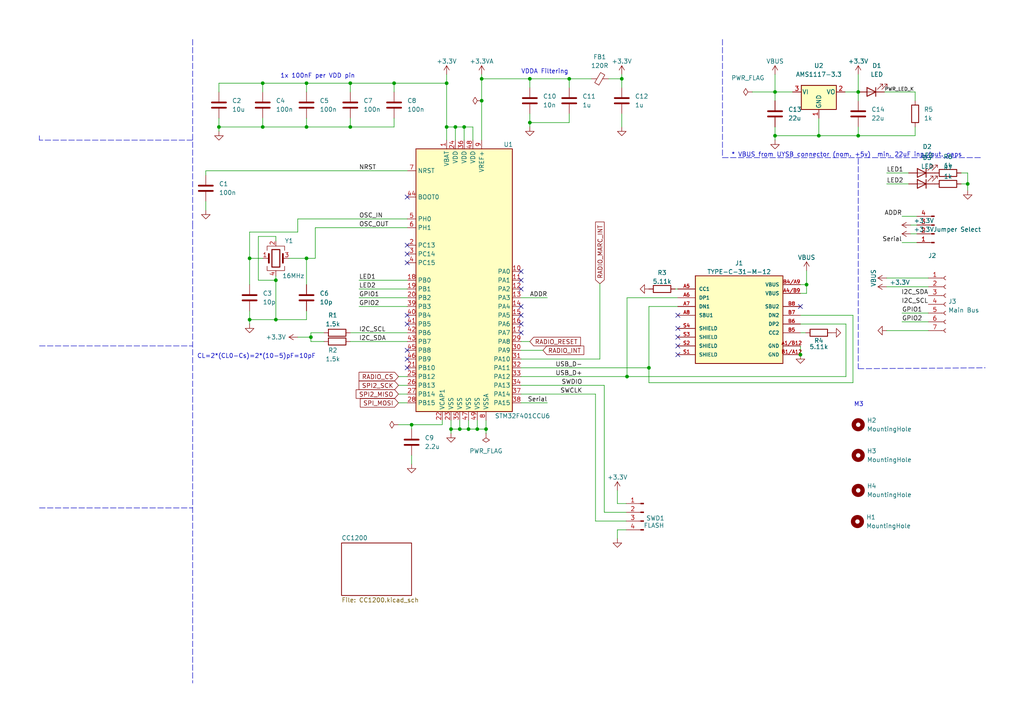
<source format=kicad_sch>
(kicad_sch (version 20211123) (generator eeschema)
  (paper "A4")
  (lib_symbols
    (symbol "Connector:Conn_01x04_Male" (pin_names (offset 1.016) hide)
      (property "Reference" "J" (at 0 5.08 0))
      (property "Value" "Conn_01x04_Male" (at 0 -7.62 0))
      (symbol "Conn_01x04_Male_1_1"
        (polyline (pts (xy 1.27 -5.08) (xy 0.8636 -5.08)) (stroke (width 0.1524)))
        (polyline (pts (xy 1.27 -2.54) (xy 0.8636 -2.54)) (stroke (width 0.1524)))
        (polyline (pts (xy 1.27 0) (xy 0.8636 0)) (stroke (width 0.1524)))
        (polyline (pts (xy 1.27 2.54) (xy 0.8636 2.54)) (stroke (width 0.1524)))
        (rectangle (start 0.8636 -4.953) (end 0 -5.207) (stroke (width 0.1524)) (fill (type outline)))
        (rectangle (start 0.8636 -2.413) (end 0 -2.667) (stroke (width 0.1524)) (fill (type outline)))
        (rectangle (start 0.8636 0.127) (end 0 -0.127) (stroke (width 0.1524)) (fill (type outline)))
        (rectangle (start 0.8636 2.667) (end 0 2.413) (stroke (width 0.1524)) (fill (type outline)))
        (pin passive line (at 5.08 2.54 180) (length 3.81) (name "Pin_1") (number "1"))
        (pin passive line (at 5.08 0 180) (length 3.81) (name "Pin_2") (number "2"))
        (pin passive line (at 5.08 -2.54 180) (length 3.81) (name "Pin_3") (number "3"))
        (pin passive line (at 5.08 -5.08 180) (length 3.81) (name "Pin_4") (number "4"))
      )
    )
    (symbol "Connector:Conn_01x07_Female" (pin_names (offset 1.016) hide)
      (property "Reference" "J" (at 0 10.16 0))
      (property "Value" "Conn_01x07_Female" (at 0 -10.16 0))
      (symbol "Conn_01x07_Female_1_1"
        (arc (start 0 -7.112) (mid -0.508 -7.62) (end 0 -8.128) (stroke (width 0.1524)))
        (arc (start 0 -4.572) (mid -0.508 -5.08) (end 0 -5.588) (stroke (width 0.1524)))
        (arc (start 0 -2.032) (mid -0.508 -2.54) (end 0 -3.048) (stroke (width 0.1524)))
        (polyline (pts (xy -1.27 -7.62) (xy -0.508 -7.62)) (stroke (width 0.1524)))
        (polyline (pts (xy -1.27 -5.08) (xy -0.508 -5.08)) (stroke (width 0.1524)))
        (polyline (pts (xy -1.27 -2.54) (xy -0.508 -2.54)) (stroke (width 0.1524)))
        (polyline (pts (xy -1.27 0) (xy -0.508 0)) (stroke (width 0.1524)))
        (polyline (pts (xy -1.27 2.54) (xy -0.508 2.54)) (stroke (width 0.1524)))
        (polyline (pts (xy -1.27 5.08) (xy -0.508 5.08)) (stroke (width 0.1524)))
        (polyline (pts (xy -1.27 7.62) (xy -0.508 7.62)) (stroke (width 0.1524)))
        (arc (start 0 0.508) (mid -0.508 0) (end 0 -0.508) (stroke (width 0.1524)))
        (arc (start 0 3.048) (mid -0.508 2.54) (end 0 2.032) (stroke (width 0.1524)))
        (arc (start 0 5.588) (mid -0.508 5.08) (end 0 4.572) (stroke (width 0.1524)))
        (arc (start 0 8.128) (mid -0.508 7.62) (end 0 7.112) (stroke (width 0.1524)))
        (pin passive line (at -5.08 7.62 0) (length 3.81) (name "Pin_1") (number "1"))
        (pin passive line (at -5.08 5.08 0) (length 3.81) (name "Pin_2") (number "2"))
        (pin passive line (at -5.08 2.54 0) (length 3.81) (name "Pin_3") (number "3"))
        (pin passive line (at -5.08 0 0) (length 3.81) (name "Pin_4") (number "4"))
        (pin passive line (at -5.08 -2.54 0) (length 3.81) (name "Pin_5") (number "5"))
        (pin passive line (at -5.08 -5.08 0) (length 3.81) (name "Pin_6") (number "6"))
        (pin passive line (at -5.08 -7.62 0) (length 3.81) (name "Pin_7") (number "7"))
      )
    )
    (symbol "Device:C" (pin_numbers hide) (pin_names (offset 0.254))
      (property "Reference" "C" (at 0.635 2.54 0))
      (property "Value" "C" (at 0.635 -2.54 0))
      (symbol "C_0_1"
        (polyline (pts (xy -2.032 -0.762) (xy 2.032 -0.762)) (stroke (width 0.508)))
        (polyline (pts (xy -2.032 0.762) (xy 2.032 0.762)) (stroke (width 0.508)))
      )
      (symbol "C_1_1"
        (pin passive line (at 0 3.81 270) (length 2.794) (name "~") (number "1"))
        (pin passive line (at 0 -3.81 90) (length 2.794) (name "~") (number "2"))
      )
    )
    (symbol "Device:Crystal_GND24" (pin_names (offset 1.016) hide)
      (property "Reference" "Y" (at 3.175 5.08 0))
      (property "Value" "Crystal_GND24" (at 3.175 3.175 0))
      (symbol "Crystal_GND24_0_1"
        (rectangle (start -1.143 2.54) (end 1.143 -2.54) (stroke (width 0.3048)))
        (polyline (pts (xy -2.54 0) (xy -2.032 0)))
        (polyline (pts (xy -2.032 -1.27) (xy -2.032 1.27)) (stroke (width 0.508)))
        (polyline (pts (xy 0 -3.81) (xy 0 -3.556)))
        (polyline (pts (xy 0 3.556) (xy 0 3.81)))
        (polyline (pts (xy 2.032 -1.27) (xy 2.032 1.27)) (stroke (width 0.508)))
        (polyline (pts (xy 2.032 0) (xy 2.54 0)))
        (polyline (pts (xy -2.54 -2.286) (xy -2.54 -3.556) (xy 2.54 -3.556) (xy 2.54 -2.286)))
        (polyline (pts (xy -2.54 2.286) (xy -2.54 3.556) (xy 2.54 3.556) (xy 2.54 2.286)))
      )
      (symbol "Crystal_GND24_1_1"
        (pin passive line (at -3.81 0 0) (length 1.27) (name "1") (number "1"))
        (pin passive line (at 0 5.08 270) (length 1.27) (name "2") (number "2"))
        (pin passive line (at 3.81 0 180) (length 1.27) (name "3") (number "3"))
        (pin passive line (at 0 -5.08 90) (length 1.27) (name "4") (number "4"))
      )
    )
    (symbol "Device:FerriteBead_Small" (pin_numbers hide) (pin_names (offset 0))
      (property "Reference" "FB" (at 1.905 1.27 0))
      (property "Value" "FerriteBead_Small" (at 1.905 -1.27 0))
      (symbol "FerriteBead_Small_0_1"
        (polyline (pts (xy 0 -1.27) (xy 0 -0.7874)))
        (polyline (pts (xy 0 0.889) (xy 0 1.2954)))
        (polyline (pts (xy -1.8288 0.2794) (xy -1.1176 1.4986) (xy 1.8288 -0.2032) (xy 1.1176 -1.4224) (xy -1.8288 0.2794)))
      )
      (symbol "FerriteBead_Small_1_1"
        (pin passive line (at 0 2.54 270) (length 1.27) (name "~") (number "1"))
        (pin passive line (at 0 -2.54 90) (length 1.27) (name "~") (number "2"))
      )
    )
    (symbol "Device:LED" (pin_numbers hide) (pin_names (offset 1.016) hide)
      (property "Reference" "D" (at 0 2.54 0))
      (property "Value" "LED" (at 0 -2.54 0))
      (symbol "LED_0_1"
        (polyline (pts (xy -1.27 -1.27) (xy -1.27 1.27)) (stroke (width 0.254)))
        (polyline (pts (xy -1.27 0) (xy 1.27 0)))
        (polyline (pts (xy 1.27 -1.27) (xy 1.27 1.27) (xy -1.27 0) (xy 1.27 -1.27)) (stroke (width 0.254)))
        (polyline (pts (xy -3.048 -0.762) (xy -4.572 -2.286) (xy -3.81 -2.286) (xy -4.572 -2.286) (xy -4.572 -1.524)))
        (polyline (pts (xy -1.778 -0.762) (xy -3.302 -2.286) (xy -2.54 -2.286) (xy -3.302 -2.286) (xy -3.302 -1.524)))
      )
      (symbol "LED_1_1"
        (pin passive line (at -3.81 0 0) (length 2.54) (name "K") (number "1"))
        (pin passive line (at 3.81 0 180) (length 2.54) (name "A") (number "2"))
      )
    )
    (symbol "Device:R" (pin_numbers hide) (pin_names (offset 0))
      (property "Reference" "R" (at 2.032 0 90))
      (property "Value" "R" (at 0 0 90))
      (symbol "R_0_1"
        (rectangle (start -1.016 -2.54) (end 1.016 2.54) (stroke (width 0.254)))
      )
      (symbol "R_1_1"
        (pin passive line (at 0 3.81 270) (length 1.27) (name "~") (number "1"))
        (pin passive line (at 0 -3.81 90) (length 1.27) (name "~") (number "2"))
      )
    )
    (symbol "MCU_ST_STM32F4:STM32F401CCUx"
      (property "Reference" "U?" (at 10.16 39.37 0))
      (property "Value" "STM32F401CCU6" (at 7.62 -39.37 0))
      (symbol "STM32F401CCUx_0_1"
        (rectangle (start -15.24 -38.1) (end 12.7 38.1) (stroke (width 0.254)) (fill (type background)))
      )
      (symbol "STM32F401CCUx_1_1"
        (pin power_in line (at -6.35 40.64 270) (length 2.54) (name "VBAT") (number "1"))
        (pin bidirectional line (at 15.24 2.54 180) (length 2.54) (name "PA0") (number "10"))
        (pin bidirectional line (at 15.24 0 180) (length 2.54) (name "PA1") (number "11"))
        (pin bidirectional line (at 15.24 -2.54 180) (length 2.54) (name "PA2") (number "12"))
        (pin bidirectional line (at 15.24 -5.08 180) (length 2.54) (name "PA3") (number "13"))
        (pin bidirectional line (at 15.24 -7.62 180) (length 2.54) (name "PA4") (number "14"))
        (pin bidirectional line (at 15.24 -10.16 180) (length 2.54) (name "PA5") (number "15"))
        (pin bidirectional line (at 15.24 -12.7 180) (length 2.54) (name "PA6") (number "16"))
        (pin bidirectional line (at 15.24 -15.24 180) (length 2.54) (name "PA7") (number "17"))
        (pin bidirectional line (at -17.78 0 0) (length 2.54) (name "PB0") (number "18"))
        (pin bidirectional line (at -17.78 -2.54 0) (length 2.54) (name "PB1") (number "19"))
        (pin bidirectional line (at -17.78 10.16 0) (length 2.54) (name "PC13") (number "2"))
        (pin bidirectional line (at -17.78 -5.08 0) (length 2.54) (name "PB2") (number "20"))
        (pin bidirectional line (at -17.78 -25.4 0) (length 2.54) (name "PB10") (number "21"))
        (pin power_in line (at -7.62 -40.64 90) (length 2.54) (name "VCAP1") (number "22"))
        (pin power_in line (at -5.08 -40.64 90) (length 2.54) (name "VSS") (number "23"))
        (pin power_in line (at -3.81 40.64 270) (length 2.54) (name "VDD") (number "24"))
        (pin bidirectional line (at -17.78 -27.94 0) (length 2.54) (name "PB12") (number "25"))
        (pin bidirectional line (at -17.78 -30.48 0) (length 2.54) (name "PB13") (number "26"))
        (pin bidirectional line (at -17.78 -33.02 0) (length 2.54) (name "PB14") (number "27"))
        (pin bidirectional line (at -17.78 -35.56 0) (length 2.54) (name "PB15") (number "28"))
        (pin bidirectional line (at 15.24 -17.78 180) (length 2.54) (name "PA8") (number "29"))
        (pin bidirectional line (at -17.78 7.62 0) (length 2.54) (name "PC14") (number "3"))
        (pin bidirectional line (at 15.24 -20.32 180) (length 2.54) (name "PA9") (number "30"))
        (pin bidirectional line (at 15.24 -22.86 180) (length 2.54) (name "PA10") (number "31"))
        (pin bidirectional line (at 15.24 -25.4 180) (length 2.54) (name "PA11") (number "32"))
        (pin bidirectional line (at 15.24 -27.94 180) (length 2.54) (name "PA12") (number "33"))
        (pin bidirectional line (at 15.24 -30.48 180) (length 2.54) (name "PA13") (number "34"))
        (pin power_in line (at -2.54 -40.64 90) (length 2.54) (name "VSS") (number "35"))
        (pin power_in line (at -1.27 40.64 270) (length 2.54) (name "VDD") (number "36"))
        (pin bidirectional line (at 15.24 -33.02 180) (length 2.54) (name "PA14") (number "37"))
        (pin bidirectional line (at 15.24 -35.56 180) (length 2.54) (name "PA15") (number "38"))
        (pin bidirectional line (at -17.78 -7.62 0) (length 2.54) (name "PB3") (number "39"))
        (pin bidirectional line (at -17.78 5.08 0) (length 2.54) (name "PC15") (number "4"))
        (pin bidirectional line (at -17.78 -10.16 0) (length 2.54) (name "PB4") (number "40"))
        (pin bidirectional line (at -17.78 -12.7 0) (length 2.54) (name "PB5") (number "41"))
        (pin bidirectional line (at -17.78 -15.24 0) (length 2.54) (name "PB6") (number "42"))
        (pin bidirectional line (at -17.78 -17.78 0) (length 2.54) (name "PB7") (number "43"))
        (pin input line (at -17.78 24.13 0) (length 2.54) (name "BOOT0") (number "44"))
        (pin bidirectional line (at -17.78 -20.32 0) (length 2.54) (name "PB8") (number "45"))
        (pin bidirectional line (at -17.78 -22.86 0) (length 2.54) (name "PB9") (number "46"))
        (pin power_in line (at 0 -40.64 90) (length 2.54) (name "VSS") (number "47"))
        (pin power_in line (at 1.27 40.64 270) (length 2.54) (name "VDD") (number "48"))
        (pin power_in line (at 2.54 -40.64 90) (length 2.54) (name "VSS") (number "49"))
        (pin input line (at -17.78 17.78 0) (length 2.54) (name "PH0") (number "5"))
        (pin input line (at -17.78 15.24 0) (length 2.54) (name "PH1") (number "6"))
        (pin input line (at -17.78 31.75 0) (length 2.54) (name "NRST") (number "7"))
        (pin power_in line (at 5.08 -40.64 90) (length 2.54) (name "VSSA") (number "8"))
        (pin power_in line (at 3.81 40.64 270) (length 2.54) (name "VREF+") (number "9"))
      )
    )
    (symbol "Mechanical:MountingHole" (pin_names (offset 1.016))
      (property "Reference" "H" (at 0 5.08 0))
      (property "Value" "MountingHole" (at 0 3.175 0))
      (symbol "MountingHole_0_1"
        (circle (center 0 0) (radius 1.27) (stroke (width 1.27)))
      )
    )
    (symbol "Regulator_Linear:AMS1117-3.3" (pin_names (offset 0.254))
      (property "Reference" "U" (at -3.81 3.175 0))
      (property "Value" "AMS1117-3.3" (at 0 3.175 0))
      (symbol "AMS1117-3.3_0_1"
        (rectangle (start -5.08 -5.08) (end 5.08 1.905) (stroke (width 0.254)) (fill (type background)))
      )
      (symbol "AMS1117-3.3_1_1"
        (pin power_in line (at 0 -7.62 90) (length 2.54) (name "GND") (number "1"))
        (pin power_out line (at 7.62 0 180) (length 2.54) (name "VO") (number "2"))
        (pin power_in line (at -7.62 0 0) (length 2.54) (name "VI") (number "3"))
      )
    )
    (symbol "TYPE-C-31-M-12:TYPE-C-31-M-12" (pin_names (offset 1.016))
      (property "Reference" "J3" (at 0 16.3998 0))
      (property "Value" "TYPE-C-31-M-12" (at 0 13.8629 0))
      (symbol "TYPE-C-31-M-12_0_0"
        (rectangle (start -12.7 -12.7) (end 12.7 12.7) (stroke (width 0.254)) (fill (type background)))
        (pin power_in line (at 17.78 -7.62 180) (length 5.08) (name "GND") (number "A1/B12"))
        (pin power_in line (at 17.78 7.62 180) (length 5.08) (name "VBUS") (number "A4/B9"))
        (pin bidirectional line (at -17.78 8.89 0) (length 5.08) (name "CC1") (number "A5"))
        (pin bidirectional line (at -17.78 6.35 0) (length 5.08) (name "DP1") (number "A6"))
        (pin bidirectional line (at -17.78 3.81 0) (length 5.08) (name "DN1") (number "A7"))
        (pin bidirectional line (at -17.78 1.27 0) (length 5.08) (name "SBU1") (number "A8"))
        (pin power_in line (at 17.78 -10.16 180) (length 5.08) (name "GND") (number "B1/A12"))
        (pin power_in line (at 17.78 10.16 180) (length 5.08) (name "VBUS") (number "B4/A9"))
        (pin bidirectional line (at 17.78 -3.81 180) (length 5.08) (name "CC2") (number "B5"))
        (pin bidirectional line (at 17.78 -1.27 180) (length 5.08) (name "DP2") (number "B6"))
        (pin bidirectional line (at 17.78 1.27 180) (length 5.08) (name "DN2") (number "B7"))
        (pin bidirectional line (at 17.78 3.81 180) (length 5.08) (name "SBU2") (number "B8"))
        (pin passive line (at -17.78 -10.16 0) (length 5.08) (name "SHIELD") (number "S1"))
        (pin passive line (at -17.78 -7.62 0) (length 5.08) (name "SHIELD") (number "S2"))
        (pin passive line (at -17.78 -5.08 0) (length 5.08) (name "SHIELD") (number "S3"))
        (pin passive line (at -17.78 -2.54 0) (length 5.08) (name "SHIELD") (number "S4"))
      )
    )
    (symbol "power:+3.3V" (power) (pin_names (offset 0))
      (property "Value" "+3.3V" (at 0 3.556 0))
      (symbol "+3.3V_0_1"
        (polyline (pts (xy -0.762 1.27) (xy 0 2.54)))
        (polyline (pts (xy 0 0) (xy 0 2.54)))
        (polyline (pts (xy 0 2.54) (xy 0.762 1.27)))
      )
      (symbol "+3.3V_1_1"
        (pin power_in line (at 0 0 90) (length 0) hide (name "+3.3V") (number "1"))
      )
    )
    (symbol "power:+3.3VA" (power) (pin_names (offset 0))
      (property "Value" "+3.3VA" (at 0 3.556 0))
      (symbol "+3.3VA_0_1"
        (polyline (pts (xy -0.762 1.27) (xy 0 2.54)))
        (polyline (pts (xy 0 0) (xy 0 2.54)))
        (polyline (pts (xy 0 2.54) (xy 0.762 1.27)))
      )
      (symbol "+3.3VA_1_1"
        (pin power_in line (at 0 0 90) (length 0) hide (name "+3.3VA") (number "1"))
      )
    )
    (symbol "power:GND" (power) (pin_names (offset 0))
      (property "Value" "GND" (at 0 -3.81 0))
      (symbol "GND_0_1"
        (polyline (pts (xy 0 0) (xy 0 -1.27) (xy 1.27 -1.27) (xy 0 -2.54) (xy -1.27 -1.27) (xy 0 -1.27)))
      )
      (symbol "GND_1_1"
        (pin power_in line (at 0 0 270) (length 0) hide (name "GND") (number "1"))
      )
    )
    (symbol "power:PWR_FLAG" (power) (pin_numbers hide) (pin_names (offset 0) hide)
      (property "Value" "PWR_FLAG" (at 0 3.81 0))
      (symbol "PWR_FLAG_0_0"
        (pin power_out line (at 0 0 90) (length 0) (name "pwr") (number "1"))
      )
      (symbol "PWR_FLAG_0_1"
        (polyline (pts (xy 0 0) (xy 0 1.27) (xy -1.016 1.905) (xy 0 2.54) (xy 1.016 1.905) (xy 0 1.27)))
      )
    )
    (symbol "power:VBUS" (power) (pin_names (offset 0))
      (property "Value" "VBUS" (at 0 3.81 0))
      (symbol "VBUS_0_1"
        (polyline (pts (xy -0.762 1.27) (xy 0 2.54)))
        (polyline (pts (xy 0 0) (xy 0 2.54)))
        (polyline (pts (xy 0 2.54) (xy 0.762 1.27)))
      )
      (symbol "VBUS_1_1"
        (pin power_in line (at 0 0 90) (length 0) hide (name "VBUS") (number "1"))
      )
    )
  )
  (junction (at 90.17 97.79))
  (junction (at 233.934 82.55))
  (junction (at 63.5 36.83))
  (junction (at 130.81 124.46))
  (junction (at 153.67 35.56))
  (junction (at 224.79 26.67))
  (junction (at 188.214 106.68))
  (junction (at 140.97 124.46))
  (junction (at 224.79 39.37))
  (junction (at 114.3 24.13))
  (junction (at 72.39 74.93))
  (junction (at 88.9 24.13))
  (junction (at 135.89 124.46))
  (junction (at 139.7 29.21))
  (junction (at 139.7 22.86))
  (junction (at 180.34 22.86))
  (junction (at 80.01 81.28))
  (junction (at 181.864 109.22))
  (junction (at 134.62 36.83))
  (junction (at 248.92 26.67))
  (junction (at 153.67 22.86))
  (junction (at 129.54 36.83))
  (junction (at 232.156 102.87))
  (junction (at 88.9 36.83))
  (junction (at 248.92 39.37))
  (junction (at 80.01 92.71))
  (junction (at 119.38 123.19))
  (junction (at 72.39 92.71))
  (junction (at 133.35 124.46))
  (junction (at 101.6 36.83))
  (junction (at 237.49 39.37))
  (junction (at 132.08 36.83))
  (junction (at 76.2 24.13))
  (junction (at 165.1 22.86))
  (junction (at 280.67 53.34))
  (junction (at 101.6 24.13))
  (junction (at 76.2 36.83))
  (junction (at 129.54 24.13))
  (junction (at 138.43 124.46))
  (junction (at 88.9 74.93))
  (no_connect (at 118.11 91.44))
  (no_connect (at 118.11 104.14))
  (no_connect (at 151.13 81.28))
  (no_connect (at 151.13 83.82))
  (no_connect (at 151.13 96.52))
  (no_connect (at 151.13 93.98))
  (no_connect (at 151.13 91.44))
  (no_connect (at 151.13 88.9))
  (no_connect (at 118.11 106.68))
  (no_connect (at 118.11 71.12))
  (no_connect (at 118.11 73.66))
  (no_connect (at 118.11 93.98))
  (no_connect (at 196.596 91.44))
  (no_connect (at 196.596 95.25))
  (no_connect (at 196.596 97.79))
  (no_connect (at 196.596 100.33))
  (no_connect (at 196.596 102.87))
  (no_connect (at 151.13 78.74))
  (no_connect (at 232.156 88.9))
  (no_connect (at 118.11 57.15))
  (no_connect (at 118.11 76.2))
  (no_connect (at 118.11 101.6))
  (wire (pts (xy 135.89 121.92) (xy 135.89 124.46)))
  (wire (pts (xy 90.17 97.79) (xy 86.36 97.79)))
  (wire (pts (xy 129.54 21.59) (xy 129.54 24.13)))
  (wire (pts (xy 181.864 109.22) (xy 245.364 109.22)))
  (wire (pts (xy 224.79 26.67) (xy 224.79 29.21)))
  (wire (pts (xy 264.16 67.818) (xy 265.938 67.818)))
  (wire (pts (xy 165.1 22.86) (xy 171.45 22.86)))
  (wire (pts (xy 63.5 26.67) (xy 63.5 24.13)))
  (polyline (pts (xy 11.43 147.32) (xy 55.88 147.32)))
  (wire (pts (xy 104.14 88.9) (xy 118.11 88.9)))
  (wire (pts (xy 195.834 83.82) (xy 196.596 83.82)))
  (wire (pts (xy 137.16 40.64) (xy 137.16 36.83)))
  (wire (pts (xy 91.44 66.04) (xy 118.11 66.04)))
  (wire (pts (xy 72.39 90.17) (xy 72.39 92.71)))
  (polyline (pts (xy 209.55 11.43) (xy 209.55 45.72)))
  (wire (pts (xy 158.75 116.84) (xy 151.13 116.84)))
  (wire (pts (xy 101.6 24.13) (xy 101.6 26.67)))
  (wire (pts (xy 176.53 22.86) (xy 180.34 22.86)))
  (wire (pts (xy 140.97 124.46) (xy 140.97 125.73)))
  (wire (pts (xy 165.1 33.02) (xy 165.1 35.56)))
  (wire (pts (xy 115.57 114.3) (xy 118.11 114.3)))
  (wire (pts (xy 237.49 34.29) (xy 237.49 39.37)))
  (wire (pts (xy 129.54 36.83) (xy 129.54 40.64)))
  (wire (pts (xy 72.39 67.31) (xy 72.39 74.93)))
  (wire (pts (xy 181.61 153.67) (xy 179.07 153.67)))
  (wire (pts (xy 134.62 36.83) (xy 132.08 36.83)))
  (wire (pts (xy 224.79 39.37) (xy 224.79 40.64)))
  (wire (pts (xy 88.9 36.83) (xy 76.2 36.83)))
  (wire (pts (xy 115.57 116.84) (xy 118.11 116.84)))
  (wire (pts (xy 63.5 24.13) (xy 76.2 24.13)))
  (wire (pts (xy 264.16 65.278) (xy 265.938 65.278)))
  (wire (pts (xy 218.186 26.67) (xy 224.79 26.67)))
  (wire (pts (xy 261.62 62.738) (xy 265.938 62.738)))
  (wire (pts (xy 151.13 106.68) (xy 188.214 106.68)))
  (wire (pts (xy 196.596 86.36) (xy 181.864 86.36)))
  (wire (pts (xy 80.01 81.28) (xy 80.01 92.71)))
  (wire (pts (xy 133.35 121.92) (xy 133.35 124.46)))
  (wire (pts (xy 151.13 114.3) (xy 172.72 114.3)))
  (wire (pts (xy 257.175 83.185) (xy 269.24 83.185)))
  (wire (pts (xy 165.1 22.86) (xy 153.67 22.86)))
  (wire (pts (xy 140.97 124.46) (xy 138.43 124.46)))
  (wire (pts (xy 76.2 36.83) (xy 63.5 36.83)))
  (wire (pts (xy 86.36 63.5) (xy 86.36 67.31)))
  (polyline (pts (xy 248.92 106.934) (xy 285.75 106.68)))
  (wire (pts (xy 256.54 26.67) (xy 265.43 26.67)))
  (wire (pts (xy 232.156 96.52) (xy 233.68 96.52)))
  (wire (pts (xy 245.364 93.98) (xy 245.364 109.22)))
  (wire (pts (xy 153.67 22.86) (xy 153.67 25.4)))
  (wire (pts (xy 88.9 34.29) (xy 88.9 36.83)))
  (wire (pts (xy 119.38 132.08) (xy 119.38 134.62)))
  (wire (pts (xy 88.9 24.13) (xy 88.9 26.67)))
  (wire (pts (xy 179.07 146.05) (xy 179.07 142.24)))
  (wire (pts (xy 232.156 85.09) (xy 233.934 85.09)))
  (wire (pts (xy 233.934 85.09) (xy 233.934 82.55)))
  (wire (pts (xy 80.01 68.58) (xy 74.93 68.58)))
  (wire (pts (xy 196.596 88.9) (xy 188.214 88.9)))
  (wire (pts (xy 135.89 124.46) (xy 133.35 124.46)))
  (wire (pts (xy 172.72 114.3) (xy 172.72 151.13)))
  (wire (pts (xy 248.92 26.67) (xy 248.92 21.59)))
  (wire (pts (xy 181.61 146.05) (xy 179.07 146.05)))
  (wire (pts (xy 104.14 81.28) (xy 118.11 81.28)))
  (wire (pts (xy 158.75 86.36) (xy 151.13 86.36)))
  (wire (pts (xy 248.92 39.37) (xy 237.49 39.37)))
  (wire (pts (xy 172.72 151.13) (xy 181.61 151.13)))
  (wire (pts (xy 180.34 21.59) (xy 180.34 22.86)))
  (wire (pts (xy 278.765 50.165) (xy 280.67 50.165)))
  (wire (pts (xy 91.44 74.93) (xy 88.9 74.93)))
  (wire (pts (xy 76.2 24.13) (xy 88.9 24.13)))
  (wire (pts (xy 265.43 39.37) (xy 248.92 39.37)))
  (wire (pts (xy 138.43 124.46) (xy 135.89 124.46)))
  (polyline (pts (xy 11.43 100.33) (xy 55.88 100.33)))
  (wire (pts (xy 232.156 91.44) (xy 247.396 91.44)))
  (wire (pts (xy 173.99 82.296) (xy 173.99 104.14)))
  (wire (pts (xy 280.67 50.165) (xy 280.67 53.34)))
  (wire (pts (xy 88.9 92.71) (xy 80.01 92.71)))
  (wire (pts (xy 139.7 21.59) (xy 139.7 22.86)))
  (wire (pts (xy 261.62 90.805) (xy 269.24 90.805)))
  (wire (pts (xy 63.5 36.83) (xy 63.5 38.1)))
  (wire (pts (xy 265.43 36.83) (xy 265.43 39.37)))
  (wire (pts (xy 132.08 36.83) (xy 129.54 36.83)))
  (polyline (pts (xy 11.43 39.37) (xy 11.43 40.64)))
  (wire (pts (xy 153.67 35.56) (xy 165.1 35.56)))
  (wire (pts (xy 151.13 111.76) (xy 175.26 111.76)))
  (polyline (pts (xy 55.88 64.77) (xy 55.88 198.12)))
  (wire (pts (xy 88.9 90.17) (xy 88.9 92.71)))
  (wire (pts (xy 74.93 68.58) (xy 74.93 81.28)))
  (wire (pts (xy 139.7 29.21) (xy 139.7 40.64)))
  (wire (pts (xy 72.39 74.93) (xy 72.39 82.55)))
  (wire (pts (xy 257.175 50.165) (xy 263.525 50.165)))
  (wire (pts (xy 119.38 124.46) (xy 119.38 123.19)))
  (wire (pts (xy 175.26 148.59) (xy 181.61 148.59)))
  (wire (pts (xy 130.81 121.92) (xy 130.81 124.46)))
  (wire (pts (xy 80.01 92.71) (xy 72.39 92.71)))
  (wire (pts (xy 104.14 83.82) (xy 118.11 83.82)))
  (wire (pts (xy 224.79 21.59) (xy 224.79 26.67)))
  (wire (pts (xy 179.07 153.67) (xy 179.07 156.21)))
  (wire (pts (xy 114.3 24.13) (xy 129.54 24.13)))
  (wire (pts (xy 247.396 110.998) (xy 188.214 110.998)))
  (wire (pts (xy 153.67 33.02) (xy 153.67 35.56)))
  (wire (pts (xy 101.6 24.13) (xy 114.3 24.13)))
  (wire (pts (xy 88.9 24.13) (xy 101.6 24.13)))
  (wire (pts (xy 245.11 26.67) (xy 248.92 26.67)))
  (wire (pts (xy 119.38 123.19) (xy 128.27 123.19)))
  (wire (pts (xy 90.17 99.06) (xy 90.17 97.79)))
  (wire (pts (xy 224.79 26.67) (xy 229.87 26.67)))
  (wire (pts (xy 140.97 121.92) (xy 140.97 124.46)))
  (wire (pts (xy 151.13 101.6) (xy 157.48 101.6)))
  (wire (pts (xy 130.81 124.46) (xy 130.81 125.73)))
  (polyline (pts (xy 209.55 45.72) (xy 284.48 45.72)))
  (wire (pts (xy 76.2 34.29) (xy 76.2 36.83)))
  (wire (pts (xy 101.6 36.83) (xy 88.9 36.83)))
  (wire (pts (xy 59.69 49.53) (xy 59.69 50.8)))
  (wire (pts (xy 59.69 49.53) (xy 118.11 49.53)))
  (wire (pts (xy 91.44 66.04) (xy 91.44 74.93)))
  (wire (pts (xy 93.98 96.52) (xy 90.17 96.52)))
  (wire (pts (xy 74.93 81.28) (xy 80.01 81.28)))
  (wire (pts (xy 265.43 26.67) (xy 265.43 29.21)))
  (wire (pts (xy 90.17 96.52) (xy 90.17 97.79)))
  (wire (pts (xy 76.2 24.13) (xy 76.2 26.67)))
  (wire (pts (xy 188.214 110.998) (xy 188.214 106.68)))
  (wire (pts (xy 153.67 22.86) (xy 139.7 22.86)))
  (wire (pts (xy 93.98 99.06) (xy 90.17 99.06)))
  (wire (pts (xy 233.934 82.55) (xy 232.156 82.55)))
  (wire (pts (xy 165.1 25.4) (xy 165.1 22.86)))
  (wire (pts (xy 248.92 36.83) (xy 248.92 39.37)))
  (wire (pts (xy 101.6 34.29) (xy 101.6 36.83)))
  (wire (pts (xy 114.3 34.29) (xy 114.3 36.83)))
  (wire (pts (xy 151.13 104.14) (xy 173.99 104.14)))
  (wire (pts (xy 139.7 22.86) (xy 139.7 29.21)))
  (wire (pts (xy 151.13 109.22) (xy 181.864 109.22)))
  (wire (pts (xy 101.6 96.52) (xy 118.11 96.52)))
  (wire (pts (xy 80.01 81.28) (xy 80.01 80.01)))
  (wire (pts (xy 115.57 123.19) (xy 119.38 123.19)))
  (wire (pts (xy 101.6 99.06) (xy 118.11 99.06)))
  (wire (pts (xy 83.82 74.93) (xy 88.9 74.93)))
  (wire (pts (xy 132.08 36.83) (xy 132.08 40.64)))
  (wire (pts (xy 128.27 123.19) (xy 128.27 121.92)))
  (wire (pts (xy 114.3 26.67) (xy 114.3 24.13)))
  (wire (pts (xy 280.67 53.34) (xy 280.67 55.245)))
  (wire (pts (xy 257.175 80.645) (xy 269.24 80.645)))
  (wire (pts (xy 104.14 86.36) (xy 118.11 86.36)))
  (wire (pts (xy 175.26 111.76) (xy 175.26 148.59)))
  (wire (pts (xy 180.34 33.02) (xy 180.34 36.83)))
  (wire (pts (xy 114.3 36.83) (xy 101.6 36.83)))
  (polyline (pts (xy 55.88 11.43) (xy 55.88 64.77)))
  (wire (pts (xy 188.214 88.9) (xy 188.214 106.68)))
  (wire (pts (xy 86.36 67.31) (xy 72.39 67.31)))
  (wire (pts (xy 261.62 93.345) (xy 269.24 93.345)))
  (wire (pts (xy 133.35 124.46) (xy 130.81 124.46)))
  (wire (pts (xy 72.39 74.93) (xy 76.2 74.93)))
  (wire (pts (xy 233.934 78.486) (xy 233.934 82.55)))
  (wire (pts (xy 181.864 86.36) (xy 181.864 109.22)))
  (wire (pts (xy 129.54 24.13) (xy 129.54 36.83)))
  (wire (pts (xy 137.16 36.83) (xy 134.62 36.83)))
  (polyline (pts (xy 248.92 45.974) (xy 248.92 106.934)))
  (wire (pts (xy 151.13 99.06) (xy 153.67 99.06)))
  (wire (pts (xy 72.39 92.71) (xy 72.39 93.98)))
  (wire (pts (xy 232.156 93.98) (xy 245.364 93.98)))
  (polyline (pts (xy 55.88 40.64) (xy 11.43 40.64)))
  (wire (pts (xy 180.34 22.86) (xy 180.34 25.4)))
  (wire (pts (xy 63.5 34.29) (xy 63.5 36.83)))
  (wire (pts (xy 80.01 69.85) (xy 80.01 68.58)))
  (wire (pts (xy 248.92 26.67) (xy 248.92 29.21)))
  (wire (pts (xy 59.69 58.42) (xy 59.69 60.96)))
  (wire (pts (xy 134.62 36.83) (xy 134.62 40.64)))
  (wire (pts (xy 247.396 91.44) (xy 247.396 110.998)))
  (wire (pts (xy 115.57 111.76) (xy 118.11 111.76)))
  (wire (pts (xy 153.67 35.56) (xy 153.67 36.83)))
  (wire (pts (xy 278.765 53.34) (xy 280.67 53.34)))
  (wire (pts (xy 115.57 109.22) (xy 118.11 109.22)))
  (wire (pts (xy 257.175 95.885) (xy 269.24 95.885)))
  (wire (pts (xy 261.62 70.358) (xy 265.938 70.358)))
  (wire (pts (xy 88.9 74.93) (xy 88.9 82.55)))
  (wire (pts (xy 138.43 121.92) (xy 138.43 124.46)))
  (wire (pts (xy 257.175 53.34) (xy 263.525 53.34)))
  (wire (pts (xy 224.79 36.83) (xy 224.79 39.37)))
  (wire (pts (xy 237.49 39.37) (xy 224.79 39.37)))
  (wire (pts (xy 232.156 100.33) (xy 232.156 102.87)))
  (wire (pts (xy 86.36 63.5) (xy 118.11 63.5)))
  (text "VDDA Filtering" (at 151.13 21.59 0) (effects (font (size 1.27 1.27)) (justify left bottom)))
  (text "M3" (at 247.65 118.11 0) (effects (font (size 1.27 1.27)) (justify left bottom)))
  (text "1x 100nF per VDD pin" (at 81.28 22.86 0) (effects (font (size 1.27 1.27)) (justify left bottom)))
  (text "CL=2*(CL0-Cs)=2*(10-5)pF=10pF" (at 57.15 104.14 0) (effects (font (size 1.27 1.27)) (justify left bottom)))
  (text "* VBUS from UYSB connector (nom. +5v)  min. 22uF inp./out. caps" (at 212.09 45.72 0) (effects (font (size 1.27 1.27)) (justify left bottom)))
  (label "GPIO2" (at 261.62 93.345 0))
  (label "I2C_SDA" (at 269.24 85.725 180))
  (label "SWCLK" (at 168.91 114.3 180))
  (label "Serial" (at 261.62 70.358 180))
  (label "PWR_LED_K" (at 256.54 26.67 0) (effects (font (size 1 1))))
  (label "LED1" (at 257.175 50.165 0))
  (label "GPIO2" (at 104.14 88.9 0))
  (label "USB_D+" (at 168.91 109.22 180))
  (label "ADDR" (at 261.62 62.738 180))
  (label "I2C_SCL" (at 269.24 88.265 180))
  (label "GPIO1" (at 104.14 86.36 0))
  (label "I2C_SDA" (at 104.14 99.06 0))
  (label "OSC_OUT" (at 104.14 66.04 0))
  (label "LED2" (at 104.14 83.82 0))
  (label "ADDR" (at 158.75 86.36 180))
  (label "LED2" (at 257.175 53.34 0))
  (label "I2C_SCL" (at 104.14 96.52 0))
  (label "USB_D-" (at 168.91 106.68 180))
  (label "OSC_IN" (at 104.14 63.5 0))
  (label "NRST" (at 104.14 49.53 0))
  (label "Serial" (at 158.75 116.84 180))
  (label "GPIO1" (at 261.62 90.805 0))
  (label "SWDIO" (at 168.91 111.76 180))
  (label "LED1" (at 104.14 81.28 0))
  (global_label "SPI_MOSI" (shape input) (at 115.57 116.84 180) (property "Intersheet References" "${INTERSHEET_REFS}" (effects hide)))
  (global_label "RADIO_CS" (shape input) (at 115.57 109.22 180) (property "Intersheet References" "${INTERSHEET_REFS}" (effects hide)))
  (global_label "SPI2_SCK" (shape input) (at 115.57 111.76 180) (property "Intersheet References" "${INTERSHEET_REFS}" (effects hide)))
  (global_label "RADIO_INT" (shape input) (at 157.48 101.6 0) (property "Intersheet References" "${INTERSHEET_REFS}" (effects hide)))
  (global_label "RADIO_RESET" (shape input) (at 153.67 99.06 0) (property "Intersheet References" "${INTERSHEET_REFS}" (effects hide)))
  (global_label "RADIO_MARC_INT" (shape input) (at 173.99 82.296 90) (property "Intersheet References" "${INTERSHEET_REFS}" (effects hide)))
  (global_label "SPI2_MISO" (shape input) (at 115.57 114.3 180) (property "Intersheet References" "${INTERSHEET_REFS}" (effects hide)))
  (symbol (lib_id "Device:R") (at 265.43 33.02 0) (unit 1)
    (property "Reference" "R5" (at 267.97 31.7499 0) (effects (justify left)))
    (property "Value" "1k" (at 267.97 34.2899 0) (effects (justify left)))
    (property "Footprint" "Resistor_SMD:R_0402_1005Metric" (effects hide))
  )
  (symbol (lib_id "power:GND") (at 280.67 55.245 0) (unit 1)
    (property "Reference" "#PWR026" (effects hide))
    (property "Value" "GND" (effects hide))
  )
  (symbol (lib_id "power:GND") (at 63.5 38.1 0) (unit 1)
    (property "Reference" "#PWR02" (effects hide))
    (property "Value" "GND" (effects hide))
  )
  (symbol (lib_id "Device:C") (at 76.2 30.48 0) (unit 1)
    (property "Reference" "C4" (at 80.01 29.2099 0) (effects (justify left)))
    (property "Value" "100n" (at 80.01 31.7499 0) (effects (justify left)))
    (property "Footprint" "Capacitor_SMD:C_0402_1005Metric" (effects hide))
  )
  (symbol (lib_id "power:GND") (at 119.38 134.62 0) (unit 1)
    (property "Reference" "#PWR05" (effects hide))
    (property "Value" "GND" (effects hide))
  )
  (symbol (lib_id "power:GND") (at 180.34 36.83 0) (unit 1)
    (property "Reference" "#PWR013" (effects hide))
    (property "Value" "GND" (effects hide))
  )
  (symbol (lib_id "Device:FerriteBead_Small") (at 173.99 22.86 90) (unit 1)
    (property "Reference" "FB1" (at 173.9519 16.51 90))
    (property "Value" "120R" (at 173.9519 19.05 90))
    (property "Footprint" "Inductor_SMD:L_0603_1608Metric" (effects hide))
  )
  (symbol (lib_id "Device:C") (at 114.3 30.48 0) (unit 1)
    (property "Reference" "C8" (at 118.11 29.2099 0) (effects (justify left)))
    (property "Value" "100n" (at 118.11 31.7499 0) (effects (justify left)))
    (property "Footprint" "Capacitor_SMD:C_0402_1005Metric" (effects hide))
  )
  (symbol (lib_id "power:GND") (at 130.81 125.73 0) (unit 1)
    (property "Reference" "#PWR07" (effects hide))
    (property "Value" "GND" (effects hide))
  )
  (symbol (lib_id "Device:C") (at 101.6 30.48 0) (unit 1)
    (property "Reference" "C7" (at 105.41 29.2099 0) (effects (justify left)))
    (property "Value" "100n" (at 105.41 31.7499 0) (effects (justify left)))
    (property "Footprint" "Capacitor_SMD:C_0402_1005Metric" (effects hide))
  )
  (symbol (lib_id "power:+3.3V") (at 129.54 21.59 0) (unit 1)
    (property "Reference" "#PWR06" (effects hide))
    (property "Value" "+3.3V" (at 129.54 17.78 0))
  )
  (symbol (lib_id "Device:R") (at 97.79 96.52 90) (unit 1)
    (property "Reference" "R1" (at 96.52 91.44 90))
    (property "Value" "1.5k" (at 96.52 93.98 90))
    (property "Footprint" "Resistor_SMD:R_0402_1005Metric" (effects hide))
  )
  (symbol (lib_id "power:GND") (at 224.79 40.64 0) (unit 1)
    (property "Reference" "#PWR016" (effects hide))
    (property "Value" "GND" (effects hide))
  )
  (symbol (lib_id "power:+3.3V") (at 180.34 21.59 0) (unit 1)
    (property "Reference" "#PWR012" (effects hide))
    (property "Value" "+3.3V" (at 180.34 17.78 0))
  )
  (symbol (lib_id "power:GND") (at 241.3 96.52 90) (unit 1)
    (property "Reference" "#PWR019" (effects hide))
    (property "Value" "GND" (effects hide))
  )
  (symbol (lib_id "TYPE-C-31-M-12:TYPE-C-31-M-12") (at 214.376 92.71 0) (unit 1)
    (property "Reference" "J1" (at 214.376 76.3102 0))
    (property "Value" "TYPE-C-31-M-12" (at 214.376 78.8471 0))
    (property "Footprint" "HRO_TYPE-C-31-M-12" (effects hide))
    (property "SNAPEDA_PN" "TYPE-C-31-M-12" (effects hide))
    (property "MAXIMUM_PACKAGE_HEIGHT" "3.26 mm" (effects hide))
    (property "MANUFACTURER" "HRO Electronics Co., Ltd." (effects hide))
    (property "PARTREV" "2020.12.08" (effects hide))
    (property "STANDARD" "Manufacturer Recommendations" (effects hide))
  )
  (symbol (lib_id "power:GND") (at 72.39 93.98 0) (unit 1)
    (property "Reference" "#PWR03" (effects hide))
    (property "Value" "GND" (effects hide))
  )
  (symbol (lib_id "Regulator_Linear:AMS1117-3.3") (at 237.49 26.67 0) (unit 1)
    (property "Reference" "U2" (at 237.49 19.05 0))
    (property "Value" "AMS1117-3.3" (at 237.49 21.59 0))
    (property "Footprint" "Package_TO_SOT_SMD:SOT-223-3_TabPin2" (effects hide))
    (property "Datasheet" "http://www.advanced-monolithic.com/pdf/ds1117.pdf" (effects hide))
  )
  (symbol (lib_id "Device:C") (at 119.38 128.27 0) (unit 1)
    (property "Reference" "C9" (at 123.19 126.9999 0) (effects (justify left)))
    (property "Value" "2.2u" (at 123.19 129.5399 0) (effects (justify left)))
    (property "Footprint" "Capacitor_SMD:C_0402_1005Metric" (effects hide))
  )
  (symbol (lib_id "power:+3.3VA") (at 139.7 21.59 0) (unit 1)
    (property "Reference" "#PWR08" (effects hide))
    (property "Value" "+3.3VA" (at 139.7 17.78 0))
  )
  (symbol (lib_id "power:+3.3V") (at 264.16 67.818 90) (unit 1)
    (property "Reference" "#PWR025" (effects hide))
    (property "Value" "+3.3V" (at 267.97 66.548 90))
  )
  (symbol (lib_id "Connector:Conn_01x07_Female") (at 274.32 88.265 0) (unit 1)
    (property "Reference" "J3" (at 275.0312 87.4303 0) (effects (justify left)))
    (property "Value" "Main Bus" (at 275.0312 89.9672 0) (effects (justify left)))
    (property "Footprint" "Connector_PinSocket_2.54mm:PinSocket_1x07_P2.54mm_Vertical" (effects hide))
  )
  (symbol (lib_id "power:VBUS") (at 224.79 21.59 0) (unit 1)
    (property "Reference" "#PWR015" (effects hide))
    (property "Value" "VBUS" (at 224.79 17.78 0))
  )
  (symbol (lib_id "power:GND") (at 188.214 83.82 270) (unit 1)
    (property "Reference" "#PWR014" (effects hide))
    (property "Value" "GND" (effects hide))
  )
  (symbol (lib_id "power:+3.3V") (at 86.36 97.79 90) (unit 1)
    (property "Reference" "#PWR04" (effects hide))
    (property "Value" "+3.3V" (at 80.01 97.79 90))
  )
  (symbol (lib_id "power:+3.3V") (at 257.175 83.185 90) (unit 1)
    (property "Reference" "#PWR022" (effects hide))
    (property "Value" "+3.3V" (at 260.985 81.915 90))
  )
  (symbol (lib_id "Device:Crystal_GND24") (at 80.01 74.93 0) (unit 1)
    (property "Reference" "Y1" (at 83.82 69.85 0))
    (property "Value" "16MHz" (at 85.09 80.01 0))
    (property "Footprint" "Crystal:Crystal_SMD_3225-4Pin_3.2x2.5mm" (effects hide))
  )
  (symbol (lib_id "power:GND") (at 153.67 36.83 0) (unit 1)
    (property "Reference" "#PWR09" (effects hide))
    (property "Value" "GND" (effects hide))
  )
  (symbol (lib_id "power:PWR_FLAG") (at 115.57 123.19 90) (unit 1)
    (property "Reference" "#FLG01" (effects hide))
    (property "Value" "PWR_FLAG" (effects hide))
  )
  (symbol (lib_id "Device:C") (at 88.9 30.48 0) (unit 1)
    (property "Reference" "C5" (at 92.71 29.2099 0) (effects (justify left)))
    (property "Value" "100n" (at 92.71 31.7499 0) (effects (justify left)))
    (property "Footprint" "Capacitor_SMD:C_0402_1005Metric" (effects hide))
  )
  (symbol (lib_id "Device:LED") (at 252.73 26.67 180) (unit 1)
    (property "Reference" "D1" (at 254.3175 19.05 0))
    (property "Value" "LED" (at 254.3175 21.59 0))
    (property "Footprint" "LED_SMD:LED_0603_1608Metric" (effects hide))
  )
  (symbol (lib_id "Device:C") (at 63.5 30.48 0) (unit 1)
    (property "Reference" "C2" (at 67.31 29.2099 0) (effects (justify left)))
    (property "Value" "10u" (at 67.31 31.7499 0) (effects (justify left)))
    (property "Footprint" "Capacitor_SMD:C_0603_1608Metric" (effects hide))
  )
  (symbol (lib_id "Connector:Conn_01x04_Male") (at 271.018 67.818 180) (unit 1)
    (property "Reference" "J2" (at 270.383 74.134 0))
    (property "Value" "Jumper Select" (at 277.622 66.548 0))
    (property "Footprint" "Connector_PinSocket_2.54mm:PinSocket_1x04_P2.54mm_Vertical" (effects hide))
  )
  (symbol (lib_id "Device:C") (at 248.92 33.02 0) (unit 1)
    (property "Reference" "C14" (at 252.73 31.7499 0) (effects (justify left)))
    (property "Value" "22u" (at 252.73 34.2899 0) (effects (justify left)))
    (property "Footprint" "Capacitor_SMD:C_0805_2012Metric" (effects hide))
  )
  (symbol (lib_id "power:+3.3V") (at 248.92 21.59 0) (unit 1)
    (property "Reference" "#PWR020" (effects hide))
    (property "Value" "+3.3V" (at 248.92 17.78 0))
  )
  (symbol (lib_id "Device:R") (at 237.49 96.52 270) (unit 1)
    (property "Reference" "R4" (at 237.49 98.806 90))
    (property "Value" "5.11k" (at 237.49 100.584 90))
    (property "Footprint" "Resistor_SMD:R_0402_1005Metric" (effects hide))
  )
  (symbol (lib_id "Mechanical:MountingHole") (at 248.92 142.24 0) (unit 1)
    (property "Reference" "H4" (at 251.46 140.9699 0) (effects (justify left)))
    (property "Value" "MountingHole" (at 251.46 143.5099 0) (effects (justify left)))
    (property "Footprint" "MountingHole:MountingHole_3.2mm_M3" (effects hide))
  )
  (symbol (lib_id "power:PWR_FLAG") (at 218.186 26.67 90) (unit 1)
    (property "Reference" "#FLG04" (effects hide))
    (property "Value" "PWR_FLAG" (at 216.916 22.606 90))
  )
  (symbol (lib_id "Connector:Conn_01x04_Male") (at 186.69 148.59 0) (mirror y) (unit 1)
    (property "Reference" "SWD1" (at 187.4012 150.2938 0) (effects (justify right)))
    (property "Value" "FLASH" (at 186.69 152.4 0) (effects (justify right)))
    (property "Footprint" "Connector_PinHeader_2.54mm:PinHeader_1x04_P2.54mm_Vertical" (effects hide))
  )
  (symbol (lib_id "Mechanical:MountingHole") (at 248.92 123.19 0) (unit 1)
    (property "Reference" "H2" (at 251.46 121.9199 0) (effects (justify left)))
    (property "Value" "MountingHole" (at 251.46 124.4599 0) (effects (justify left)))
    (property "Footprint" "MountingHole:MountingHole_3.2mm_M3" (effects hide))
  )
  (symbol (lib_id "Device:LED") (at 267.335 50.165 180) (unit 1)
    (property "Reference" "D2" (at 268.9225 42.545 0))
    (property "Value" "LED" (at 268.9225 45.085 0))
    (property "Footprint" "LED_SMD:LED_0603_1608Metric" (effects hide))
  )
  (symbol (lib_id "Device:C") (at 180.34 29.21 0) (unit 1)
    (property "Reference" "C12" (at 184.15 27.9399 0) (effects (justify left)))
    (property "Value" "1u" (at 184.15 30.4799 0) (effects (justify left)))
    (property "Footprint" "Capacitor_SMD:C_0402_1005Metric" (effects hide))
  )
  (symbol (lib_id "Device:R") (at 192.024 83.82 90) (unit 1)
    (property "Reference" "R3" (at 192.024 79.1042 90))
    (property "Value" "5.11k" (at 192.024 81.6411 90))
    (property "Footprint" "Resistor_SMD:R_0402_1005Metric" (effects hide))
  )
  (symbol (lib_id "Device:R") (at 274.955 53.34 90) (unit 1)
    (property "Reference" "R7" (at 274.955 48.6242 90))
    (property "Value" "1k" (at 274.955 51.1611 90))
    (property "Footprint" "Resistor_SMD:R_0402_1005Metric" (effects hide))
  )
  (symbol (lib_id "Device:C") (at 59.69 54.61 0) (unit 1)
    (property "Reference" "C1" (at 63.5 53.3399 0) (effects (justify left)))
    (property "Value" "100n" (at 63.5 55.8799 0) (effects (justify left)))
    (property "Footprint" "Capacitor_SMD:C_0402_1005Metric" (effects hide))
  )
  (symbol (lib_id "power:VBUS") (at 257.175 80.645 90) (unit 1)
    (property "Reference" "#PWR021" (effects hide))
    (property "Value" "VBUS" (at 253.365 80.645 0))
  )
  (symbol (lib_id "power:VBUS") (at 233.934 78.486 0) (mirror y) (unit 1)
    (property "Reference" "#PWR018" (effects hide))
    (property "Value" "VBUS" (at 233.934 74.676 0))
  )
  (symbol (lib_id "Device:C") (at 224.79 33.02 0) (unit 1)
    (property "Reference" "C13" (at 228.6 31.7499 0) (effects (justify left)))
    (property "Value" "22u" (at 228.6 34.2899 0) (effects (justify left)))
    (property "Footprint" "Capacitor_SMD:C_0805_2012Metric" (effects hide))
  )
  (symbol (lib_id "power:+3.3V") (at 264.16 65.278 90) (unit 1)
    (property "Reference" "#PWR024" (effects hide))
    (property "Value" "+3.3V" (at 267.97 64.008 90))
  )
  (symbol (lib_id "Device:C") (at 165.1 29.21 0) (unit 1)
    (property "Reference" "C11" (at 168.91 27.9399 0) (effects (justify left)))
    (property "Value" "1u" (at 168.91 30.4799 0) (effects (justify left)))
    (property "Footprint" "Capacitor_SMD:C_0402_1005Metric" (effects hide))
  )
  (symbol (lib_id "Device:C") (at 153.67 29.21 0) (unit 1)
    (property "Reference" "C10" (at 157.48 27.9399 0) (effects (justify left)))
    (property "Value" "10n" (at 157.48 30.4799 0) (effects (justify left)))
    (property "Footprint" "Capacitor_SMD:C_0402_1005Metric" (effects hide))
  )
  (symbol (lib_id "power:GND") (at 232.156 102.87 0) (unit 1)
    (property "Reference" "#PWR?" (effects hide))
    (property "Value" "GND" (effects hide))
  )
  (symbol (lib_id "Device:C") (at 72.39 86.36 0) (unit 1)
    (property "Reference" "C3" (at 76.2 85.0899 0) (effects (justify left)))
    (property "Value" "10p" (at 76.2 87.6299 0) (effects (justify left)))
    (property "Footprint" "Capacitor_SMD:C_0402_1005Metric" (effects hide))
  )
  (symbol (lib_id "Device:C") (at 88.9 86.36 0) (unit 1)
    (property "Reference" "C6" (at 92.71 85.0899 0) (effects (justify left)))
    (property "Value" "10p" (at 92.71 87.6299 0) (effects (justify left)))
    (property "Footprint" "Capacitor_SMD:C_0402_1005Metric" (effects hide))
  )
  (symbol (lib_id "Mechanical:MountingHole") (at 248.6943 151.2705 0) (unit 1)
    (property "Reference" "H1" (at 251.2343 150.0004 0) (effects (justify left)))
    (property "Value" "MountingHole" (at 251.2343 152.5404 0) (effects (justify left)))
    (property "Footprint" "MountingHole:MountingHole_3.2mm_M3" (effects hide))
  )
  (symbol (lib_id "Device:LED") (at 267.335 53.34 180) (unit 1)
    (property "Reference" "D3" (at 268.9225 45.72 0))
    (property "Value" "LED" (at 268.9225 48.26 0))
    (property "Footprint" "LED_SMD:LED_0603_1608Metric" (effects hide))
  )
  (symbol (lib_id "power:+3.3V") (at 179.07 142.24 0) (unit 1)
    (property "Reference" "#PWR010" (effects hide))
    (property "Value" "+3.3V" (at 179.07 138.43 0))
  )
  (symbol (lib_id "Mechanical:MountingHole") (at 248.92 132.08 0) (unit 1)
    (property "Reference" "H3" (at 251.46 130.8099 0) (effects (justify left)))
    (property "Value" "MountingHole" (at 251.46 133.3499 0) (effects (justify left)))
    (property "Footprint" "MountingHole:MountingHole_3.2mm_M3" (effects hide))
  )
  (symbol (lib_id "Device:R") (at 97.79 99.06 90) (unit 1)
    (property "Reference" "R2" (at 96.52 101.6 90))
    (property "Value" "1.5k" (at 96.52 104.14 90))
    (property "Footprint" "Resistor_SMD:R_0402_1005Metric" (effects hide))
  )
  (symbol (lib_id "power:GND") (at 257.175 95.885 270) (unit 1)
    (property "Reference" "#PWR023" (effects hide))
    (property "Value" "GND" (effects hide))
  )
  (symbol (lib_id "power:PWR_FLAG") (at 139.7 29.21 90) (unit 1)
    (property "Reference" "#FLG02" (effects hide))
    (property "Value" "PWR_FLAG" (effects hide))
  )
  (symbol (lib_id "power:GND") (at 59.69 60.96 0) (unit 1)
    (property "Reference" "#PWR01" (effects hide))
    (property "Value" "GND" (effects hide))
  )
  (symbol (lib_id "MCU_ST_STM32F4:STM32F401CCUx") (at 135.89 81.28 0) (unit 1)
    (property "Reference" "U1" (at 146.05 41.91 0) (effects (justify left)))
    (property "Value" "STM32F401CCU6" (at 143.51 120.65 0) (effects (justify left)))
    (property "Footprint" "Package_DFN_QFN:QFN-48-1EP_7x7mm_P0.5mm_EP5.6x5.6mm" (effects hide))
    (property "Datasheet" "http://www.st.com/st-web-ui/static/active/en/resource/technical/document/datasheet/DM00086815.pdf" (effects hide))
  )
  (symbol (lib_id "Device:R") (at 274.955 50.165 90) (unit 1)
    (property "Reference" "R6" (at 274.955 45.4492 90))
    (property "Value" "1k" (at 274.955 47.9861 90))
    (property "Footprint" "Resistor_SMD:R_0402_1005Metric" (effects hide))
  )
  (symbol (lib_id "power:PWR_FLAG") (at 140.97 125.73 180) (unit 1)
    (property "Reference" "#FLG03" (effects hide))
    (property "Value" "PWR_FLAG" (at 140.97 130.81 0))
  )
  (symbol (lib_id "power:GND") (at 179.07 156.21 0) (unit 1)
    (property "Reference" "#PWR011" (effects hide))
    (property "Value" "GND" (effects hide))
  )
  (sheet (at 99.06 157.48) (size 20.32 15.24) (stroke (width 0.1524))
    (property "Sheet name" "CC1200" (at 99.06 156.7684 0) (effects (justify left bottom)))
    (property "Sheet file" "CC1200.kicad_sch" (at 99.06 173.3046 0) (effects (justify left top)))
  )
)
</source>
